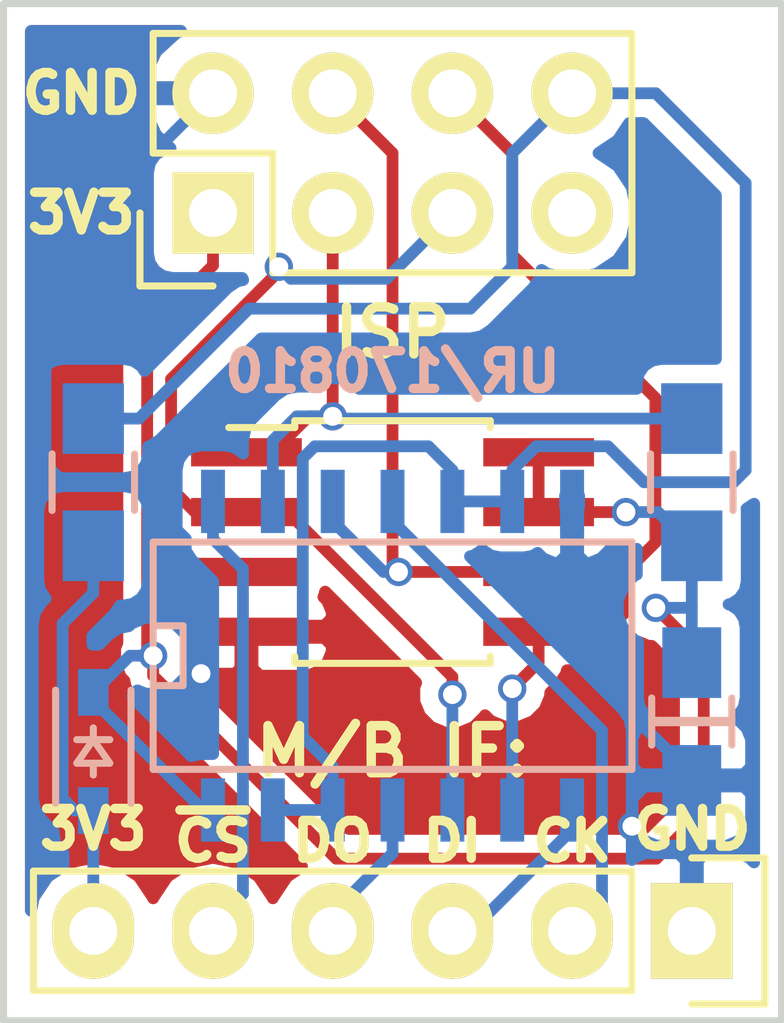
<source format=kicad_pcb>
(kicad_pcb (version 4) (host pcbnew 4.0.6)

  (general
    (links 31)
    (no_connects 0)
    (area 138.705 100.376666 159.973334 126.825)
    (thickness 1.6)
    (drawings 16)
    (tracks 148)
    (zones 0)
    (modules 8)
    (nets 13)
  )

  (page A4)
  (layers
    (0 F.Cu signal)
    (31 B.Cu signal)
    (32 B.Adhes user)
    (33 F.Adhes user)
    (34 B.Paste user)
    (35 F.Paste user)
    (36 B.SilkS user)
    (37 F.SilkS user)
    (38 B.Mask user)
    (39 F.Mask user)
    (40 Dwgs.User user)
    (41 Cmts.User user)
    (42 Eco1.User user)
    (43 Eco2.User user)
    (44 Edge.Cuts user)
    (45 Margin user)
    (46 B.CrtYd user)
    (47 F.CrtYd user)
    (48 B.Fab user)
    (49 F.Fab user)
  )

  (setup
    (last_trace_width 0.25)
    (trace_clearance 0.2)
    (zone_clearance 0.508)
    (zone_45_only no)
    (trace_min 0.2)
    (segment_width 0.2)
    (edge_width 0.15)
    (via_size 0.6)
    (via_drill 0.4)
    (via_min_size 0.4)
    (via_min_drill 0.3)
    (uvia_size 0.3)
    (uvia_drill 0.1)
    (uvias_allowed no)
    (uvia_min_size 0.2)
    (uvia_min_drill 0.1)
    (pcb_text_width 0.3)
    (pcb_text_size 1.5 1.5)
    (mod_edge_width 0.15)
    (mod_text_size 1 1)
    (mod_text_width 0.15)
    (pad_size 1.524 1.524)
    (pad_drill 0.762)
    (pad_to_mask_clearance 0.2)
    (aux_axis_origin 0 0)
    (visible_elements FFFFFF7F)
    (pcbplotparams
      (layerselection 0x010f0_80000001)
      (usegerberextensions false)
      (excludeedgelayer true)
      (linewidth 0.100000)
      (plotframeref false)
      (viasonmask false)
      (mode 1)
      (useauxorigin false)
      (hpglpennumber 1)
      (hpglpenspeed 20)
      (hpglpendiameter 15)
      (hpglpenoverlay 2)
      (psnegative false)
      (psa4output false)
      (plotreference true)
      (plotvalue true)
      (plotinvisibletext false)
      (padsonsilk false)
      (subtractmaskfromsilk false)
      (outputformat 1)
      (mirror false)
      (drillshape 0)
      (scaleselection 1)
      (outputdirectory gerbs/))
  )

  (net 0 "")
  (net 1 GND)
  (net 2 +3V3)
  (net 3 /MB3V3)
  (net 4 /MBSCK)
  (net 5 /MBMOSI)
  (net 6 /MBMISO)
  (net 7 /~MBCS)
  (net 8 /~CS)
  (net 9 /SCK)
  (net 10 /MOSI)
  (net 11 /MISO)
  (net 12 /BUFEN)

  (net_class Default "This is the default net class."
    (clearance 0.2)
    (trace_width 0.25)
    (via_dia 0.6)
    (via_drill 0.4)
    (uvia_dia 0.3)
    (uvia_drill 0.1)
    (add_net +3V3)
    (add_net /BUFEN)
    (add_net /MB3V3)
    (add_net /MBMISO)
    (add_net /MBMOSI)
    (add_net /MBSCK)
    (add_net /MISO)
    (add_net /MOSI)
    (add_net /SCK)
    (add_net /~CS)
    (add_net /~MBCS)
    (add_net GND)
  )

  (module Housings_SOIC:SOIC-8_3.9x4.9mm_Pitch1.27mm (layer F.Cu) (tedit 56AA2104) (tstamp 56A9EB0F)
    (at 148.59 112.395)
    (descr "8-Lead Plastic Small Outline (SN) - Narrow, 3.90 mm Body [SOIC] (see Microchip Packaging Specification 00000049BS.pdf)")
    (tags "SOIC 1.27")
    (path /56A9C3B3)
    (attr smd)
    (fp_text reference U2 (at 0 -3.5) (layer F.SilkS) hide
      (effects (font (size 1 1) (thickness 0.15)))
    )
    (fp_text value SPI_TGT (at 0 3.5) (layer F.Fab) hide
      (effects (font (size 1 1) (thickness 0.15)))
    )
    (fp_line (start -3.75 -2.75) (end -3.75 2.75) (layer F.CrtYd) (width 0.05))
    (fp_line (start 3.75 -2.75) (end 3.75 2.75) (layer F.CrtYd) (width 0.05))
    (fp_line (start -3.75 -2.75) (end 3.75 -2.75) (layer F.CrtYd) (width 0.05))
    (fp_line (start -3.75 2.75) (end 3.75 2.75) (layer F.CrtYd) (width 0.05))
    (fp_line (start -2.075 -2.575) (end -2.075 -2.43) (layer F.SilkS) (width 0.15))
    (fp_line (start 2.075 -2.575) (end 2.075 -2.43) (layer F.SilkS) (width 0.15))
    (fp_line (start 2.075 2.575) (end 2.075 2.43) (layer F.SilkS) (width 0.15))
    (fp_line (start -2.075 2.575) (end -2.075 2.43) (layer F.SilkS) (width 0.15))
    (fp_line (start -2.075 -2.575) (end 2.075 -2.575) (layer F.SilkS) (width 0.15))
    (fp_line (start -2.075 2.575) (end 2.075 2.575) (layer F.SilkS) (width 0.15))
    (fp_line (start -2.075 -2.43) (end -3.475 -2.43) (layer F.SilkS) (width 0.15))
    (pad 1 smd rect (at -3.1 -1.905) (size 2.35 0.6) (layers F.Cu F.Paste F.Mask)
      (net 8 /~CS))
    (pad 2 smd rect (at -3.1 -0.635) (size 2.35 0.6) (layers F.Cu F.Paste F.Mask)
      (net 11 /MISO))
    (pad 3 smd rect (at -3.1 0.635) (size 2.35 0.6) (layers F.Cu F.Paste F.Mask)
      (net 2 +3V3))
    (pad 4 smd rect (at -3.1 1.905) (size 2.35 0.6) (layers F.Cu F.Paste F.Mask)
      (net 1 GND))
    (pad 5 smd rect (at 3.1 1.905) (size 2.35 0.6) (layers F.Cu F.Paste F.Mask)
      (net 10 /MOSI))
    (pad 6 smd rect (at 3.1 0.635) (size 2.35 0.6) (layers F.Cu F.Paste F.Mask)
      (net 9 /SCK))
    (pad 7 smd rect (at 3.1 -0.635) (size 2.35 0.6) (layers F.Cu F.Paste F.Mask)
      (net 2 +3V3))
    (pad 8 smd rect (at 3.1 -1.905) (size 2.35 0.6) (layers F.Cu F.Paste F.Mask)
      (net 2 +3V3))
    (model Housings_SOIC.3dshapes/SOIC-8_3.9x4.9mm_Pitch1.27mm.wrl
      (at (xyz 0 0 0))
      (scale (xyz 1 1 1))
      (rotate (xyz 0 0 0))
    )
  )

  (module SMD_Packages:SOIC-14_N (layer B.Cu) (tedit 56AA20FD) (tstamp 56A9EB03)
    (at 148.59 114.935)
    (descr "Module CMS SOJ 14 pins Large")
    (tags "CMS SOJ")
    (path /56A9C5EF)
    (attr smd)
    (fp_text reference U1 (at 0 1.27) (layer B.SilkS) hide
      (effects (font (size 1 1) (thickness 0.15)) (justify mirror))
    )
    (fp_text value 4066 (at 0 -1.27) (layer B.Fab) hide
      (effects (font (size 1 1) (thickness 0.15)) (justify mirror))
    )
    (fp_line (start 5.08 2.286) (end 5.08 -2.54) (layer B.SilkS) (width 0.15))
    (fp_line (start 5.08 -2.54) (end -5.08 -2.54) (layer B.SilkS) (width 0.15))
    (fp_line (start -5.08 -2.54) (end -5.08 2.286) (layer B.SilkS) (width 0.15))
    (fp_line (start -5.08 2.286) (end 5.08 2.286) (layer B.SilkS) (width 0.15))
    (fp_line (start -5.08 0.508) (end -4.445 0.508) (layer B.SilkS) (width 0.15))
    (fp_line (start -4.445 0.508) (end -4.445 -0.762) (layer B.SilkS) (width 0.15))
    (fp_line (start -4.445 -0.762) (end -5.08 -0.762) (layer B.SilkS) (width 0.15))
    (pad 1 smd rect (at -3.81 -3.402) (size 0.508 1.343) (layers B.Cu B.Paste B.Mask)
      (net 7 /~MBCS))
    (pad 2 smd rect (at -2.54 -3.402) (size 0.508 1.343) (layers B.Cu B.Paste B.Mask)
      (net 8 /~CS))
    (pad 3 smd rect (at -1.27 -3.402) (size 0.508 1.343) (layers B.Cu B.Paste B.Mask)
      (net 9 /SCK))
    (pad 4 smd rect (at 0 -3.402) (size 0.508 1.343) (layers B.Cu B.Paste B.Mask)
      (net 4 /MBSCK))
    (pad 5 smd rect (at 1.27 -3.402) (size 0.508 1.343) (layers B.Cu B.Paste B.Mask)
      (net 12 /BUFEN))
    (pad 6 smd rect (at 2.54 -3.402) (size 0.508 1.343) (layers B.Cu B.Paste B.Mask)
      (net 12 /BUFEN))
    (pad 7 smd rect (at 3.81 -3.402) (size 0.508 1.343) (layers B.Cu B.Paste B.Mask)
      (net 1 GND))
    (pad 8 smd rect (at 3.81 3.148) (size 0.508 1.343) (layers B.Cu B.Paste B.Mask)
      (net 5 /MBMOSI))
    (pad 9 smd rect (at 2.54 3.148) (size 0.508 1.343) (layers B.Cu B.Paste B.Mask)
      (net 10 /MOSI))
    (pad 11 smd rect (at 0 3.148) (size 0.508 1.343) (layers B.Cu B.Paste B.Mask)
      (net 6 /MBMISO))
    (pad 12 smd rect (at -1.27 3.148) (size 0.508 1.343) (layers B.Cu B.Paste B.Mask)
      (net 12 /BUFEN))
    (pad 13 smd rect (at -2.54 3.148) (size 0.508 1.343) (layers B.Cu B.Paste B.Mask)
      (net 12 /BUFEN))
    (pad 14 smd rect (at -3.81 3.148) (size 0.508 1.343) (layers B.Cu B.Paste B.Mask)
      (net 2 +3V3))
    (pad 10 smd rect (at 1.27 3.148 180) (size 0.508 1.343) (layers B.Cu B.Paste B.Mask)
      (net 11 /MISO))
    (model SMD_Packages.3dshapes/SOIC-14_N.wrl
      (at (xyz 0 0 0))
      (scale (xyz 0.5 0.4 0.5))
      (rotate (xyz 0 0 0))
    )
  )

  (module Diodes_SMD:SOD-323 (layer B.Cu) (tedit 56AB1811) (tstamp 56AA0F69)
    (at 142.24 116.84 270)
    (descr SOD-323)
    (tags SOD-323)
    (path /56A9CF8A)
    (attr smd)
    (fp_text reference D1 (at 0 1.85 270) (layer B.SilkS) hide
      (effects (font (size 1 1) (thickness 0.15)) (justify mirror))
    )
    (fp_text value - (at 0.1 -1.9 270) (layer B.Fab) hide
      (effects (font (size 1 1) (thickness 0.15)) (justify mirror))
    )
    (fp_line (start 0.25 0) (end 0.5 0) (layer B.SilkS) (width 0.15))
    (fp_line (start -0.25 0) (end -0.5 0) (layer B.SilkS) (width 0.15))
    (fp_line (start -0.25 0) (end 0.25 0.35) (layer B.SilkS) (width 0.15))
    (fp_line (start 0.25 0.35) (end 0.25 -0.35) (layer B.SilkS) (width 0.15))
    (fp_line (start 0.25 -0.35) (end -0.25 0) (layer B.SilkS) (width 0.15))
    (fp_line (start -0.25 0.35) (end -0.25 -0.35) (layer B.SilkS) (width 0.15))
    (fp_line (start -1.5 0.95) (end 1.5 0.95) (layer B.CrtYd) (width 0.05))
    (fp_line (start 1.5 0.95) (end 1.5 -0.95) (layer B.CrtYd) (width 0.05))
    (fp_line (start -1.5 -0.95) (end 1.5 -0.95) (layer B.CrtYd) (width 0.05))
    (fp_line (start -1.5 0.95) (end -1.5 -0.95) (layer B.CrtYd) (width 0.05))
    (fp_line (start -1.3 -0.8) (end 1.1 -0.8) (layer B.SilkS) (width 0.15))
    (fp_line (start -1.3 0.8) (end 1.1 0.8) (layer B.SilkS) (width 0.15))
    (pad 1 smd rect (at -1.255 0 270) (size 0.99 0.65) (layers B.Cu B.Paste B.Mask)
      (net 2 +3V3))
    (pad 2 smd rect (at 1.255 0 270) (size 0.99 0.65) (layers B.Cu B.Paste B.Mask)
      (net 3 /MB3V3))
  )

  (module Pin_Headers:Pin_Header_Straight_2x04 (layer F.Cu) (tedit 56AA2118) (tstamp 56A9EAE5)
    (at 144.78 105.41 90)
    (descr "Through hole pin header")
    (tags "pin header")
    (path /56A9E257)
    (fp_text reference P2 (at 0 -5.1 90) (layer F.SilkS) hide
      (effects (font (size 1 1) (thickness 0.15)))
    )
    (fp_text value CONN_02X04 (at 0 -3.1 90) (layer F.Fab) hide
      (effects (font (size 1 1) (thickness 0.15)))
    )
    (fp_line (start -1.75 -1.75) (end -1.75 9.4) (layer F.CrtYd) (width 0.05))
    (fp_line (start 4.3 -1.75) (end 4.3 9.4) (layer F.CrtYd) (width 0.05))
    (fp_line (start -1.75 -1.75) (end 4.3 -1.75) (layer F.CrtYd) (width 0.05))
    (fp_line (start -1.75 9.4) (end 4.3 9.4) (layer F.CrtYd) (width 0.05))
    (fp_line (start -1.27 1.27) (end -1.27 8.89) (layer F.SilkS) (width 0.15))
    (fp_line (start -1.27 8.89) (end 3.81 8.89) (layer F.SilkS) (width 0.15))
    (fp_line (start 3.81 8.89) (end 3.81 -1.27) (layer F.SilkS) (width 0.15))
    (fp_line (start 3.81 -1.27) (end 1.27 -1.27) (layer F.SilkS) (width 0.15))
    (fp_line (start 0 -1.55) (end -1.55 -1.55) (layer F.SilkS) (width 0.15))
    (fp_line (start 1.27 -1.27) (end 1.27 1.27) (layer F.SilkS) (width 0.15))
    (fp_line (start 1.27 1.27) (end -1.27 1.27) (layer F.SilkS) (width 0.15))
    (fp_line (start -1.55 -1.55) (end -1.55 0) (layer F.SilkS) (width 0.15))
    (pad 1 thru_hole rect (at 0 0 90) (size 1.7272 1.7272) (drill 1.016) (layers *.Cu *.Mask F.SilkS)
      (net 2 +3V3))
    (pad 2 thru_hole oval (at 2.54 0 90) (size 1.7272 1.7272) (drill 1.016) (layers *.Cu *.Mask F.SilkS)
      (net 1 GND))
    (pad 3 thru_hole oval (at 0 2.54 90) (size 1.7272 1.7272) (drill 1.016) (layers *.Cu *.Mask F.SilkS)
      (net 8 /~CS))
    (pad 4 thru_hole oval (at 2.54 2.54 90) (size 1.7272 1.7272) (drill 1.016) (layers *.Cu *.Mask F.SilkS)
      (net 9 /SCK))
    (pad 5 thru_hole oval (at 0 5.08 90) (size 1.7272 1.7272) (drill 1.016) (layers *.Cu *.Mask F.SilkS)
      (net 11 /MISO))
    (pad 6 thru_hole oval (at 2.54 5.08 90) (size 1.7272 1.7272) (drill 1.016) (layers *.Cu *.Mask F.SilkS)
      (net 10 /MOSI))
    (pad 7 thru_hole oval (at 0 7.62 90) (size 1.7272 1.7272) (drill 1.016) (layers *.Cu *.Mask F.SilkS))
    (pad 8 thru_hole oval (at 2.54 7.62 90) (size 1.7272 1.7272) (drill 1.016) (layers *.Cu *.Mask F.SilkS)
      (net 12 /BUFEN))
    (model Pin_Headers.3dshapes/Pin_Header_Straight_2x04.wrl
      (at (xyz 0.05 -0.15 0))
      (scale (xyz 1 1 1))
      (rotate (xyz 0 0 90))
    )
  )

  (module Capacitors_SMD:C_0805_HandSoldering (layer B.Cu) (tedit 56AA211C) (tstamp 56A9EAC9)
    (at 154.94 116.205 90)
    (descr "Capacitor SMD 0805, hand soldering")
    (tags "capacitor 0805")
    (path /56A9EBFF)
    (attr smd)
    (fp_text reference C1 (at 0 2.1 90) (layer B.SilkS) hide
      (effects (font (size 1 1) (thickness 0.15)) (justify mirror))
    )
    (fp_text value 1u (at 0 -2.1 90) (layer B.Fab) hide
      (effects (font (size 1 1) (thickness 0.15)) (justify mirror))
    )
    (fp_line (start -2.3 1) (end 2.3 1) (layer B.CrtYd) (width 0.05))
    (fp_line (start -2.3 -1) (end 2.3 -1) (layer B.CrtYd) (width 0.05))
    (fp_line (start -2.3 1) (end -2.3 -1) (layer B.CrtYd) (width 0.05))
    (fp_line (start 2.3 1) (end 2.3 -1) (layer B.CrtYd) (width 0.05))
    (fp_line (start 0.5 0.85) (end -0.5 0.85) (layer B.SilkS) (width 0.15))
    (fp_line (start -0.5 -0.85) (end 0.5 -0.85) (layer B.SilkS) (width 0.15))
    (pad 1 smd rect (at -1.25 0 90) (size 1.5 1.25) (layers B.Cu B.Paste B.Mask)
      (net 1 GND))
    (pad 2 smd rect (at 1.25 0 90) (size 1.5 1.25) (layers B.Cu B.Paste B.Mask)
      (net 2 +3V3))
    (model Capacitors_SMD.3dshapes/C_0805_HandSoldering.wrl
      (at (xyz 0 0 0))
      (scale (xyz 1 1 1))
      (rotate (xyz 0 0 0))
    )
  )

  (module Socket_Strips:Socket_Strip_Straight_1x06 (layer F.Cu) (tedit 56AA20E6) (tstamp 56A9EAD9)
    (at 154.94 120.65 180)
    (descr "Through hole socket strip")
    (tags "socket strip")
    (path /56AA09CA)
    (fp_text reference P1 (at 0 -5.1 180) (layer F.SilkS) hide
      (effects (font (size 1 1) (thickness 0.15)))
    )
    (fp_text value CONN_01X06 (at 0 -3.1 180) (layer F.Fab) hide
      (effects (font (size 1 1) (thickness 0.15)))
    )
    (fp_line (start -1.75 -1.75) (end -1.75 1.75) (layer F.CrtYd) (width 0.05))
    (fp_line (start 14.45 -1.75) (end 14.45 1.75) (layer F.CrtYd) (width 0.05))
    (fp_line (start -1.75 -1.75) (end 14.45 -1.75) (layer F.CrtYd) (width 0.05))
    (fp_line (start -1.75 1.75) (end 14.45 1.75) (layer F.CrtYd) (width 0.05))
    (fp_line (start 1.27 1.27) (end 13.97 1.27) (layer F.SilkS) (width 0.15))
    (fp_line (start 13.97 1.27) (end 13.97 -1.27) (layer F.SilkS) (width 0.15))
    (fp_line (start 13.97 -1.27) (end 1.27 -1.27) (layer F.SilkS) (width 0.15))
    (fp_line (start -1.55 1.55) (end 0 1.55) (layer F.SilkS) (width 0.15))
    (fp_line (start 1.27 1.27) (end 1.27 -1.27) (layer F.SilkS) (width 0.15))
    (fp_line (start 0 -1.55) (end -1.55 -1.55) (layer F.SilkS) (width 0.15))
    (fp_line (start -1.55 -1.55) (end -1.55 1.55) (layer F.SilkS) (width 0.15))
    (pad 1 thru_hole rect (at 0 0 180) (size 1.7272 2.032) (drill 1.016) (layers *.Cu *.Mask F.SilkS)
      (net 1 GND))
    (pad 2 thru_hole oval (at 2.54 0 180) (size 1.7272 2.032) (drill 1.016) (layers *.Cu *.Mask F.SilkS)
      (net 4 /MBSCK))
    (pad 3 thru_hole oval (at 5.08 0 180) (size 1.7272 2.032) (drill 1.016) (layers *.Cu *.Mask F.SilkS)
      (net 5 /MBMOSI))
    (pad 4 thru_hole oval (at 7.62 0 180) (size 1.7272 2.032) (drill 1.016) (layers *.Cu *.Mask F.SilkS)
      (net 6 /MBMISO))
    (pad 5 thru_hole oval (at 10.16 0 180) (size 1.7272 2.032) (drill 1.016) (layers *.Cu *.Mask F.SilkS)
      (net 7 /~MBCS))
    (pad 6 thru_hole oval (at 12.7 0 180) (size 1.7272 2.032) (drill 1.016) (layers *.Cu *.Mask F.SilkS)
      (net 3 /MB3V3))
  )

  (module Resistors_SMD:R_0805_HandSoldering (layer B.Cu) (tedit 56AA210E) (tstamp 56AA0F73)
    (at 142.24 111.125 270)
    (descr "Resistor SMD 0805, hand soldering")
    (tags "resistor 0805")
    (path /56AA4078)
    (attr smd)
    (fp_text reference R1 (at 0 2.1 270) (layer B.SilkS) hide
      (effects (font (size 1 1) (thickness 0.15)) (justify mirror))
    )
    (fp_text value 4k7 (at 0 -2.1 270) (layer B.Fab) hide
      (effects (font (size 1 1) (thickness 0.15)) (justify mirror))
    )
    (fp_line (start -2.4 1) (end 2.4 1) (layer B.CrtYd) (width 0.05))
    (fp_line (start -2.4 -1) (end 2.4 -1) (layer B.CrtYd) (width 0.05))
    (fp_line (start -2.4 1) (end -2.4 -1) (layer B.CrtYd) (width 0.05))
    (fp_line (start 2.4 1) (end 2.4 -1) (layer B.CrtYd) (width 0.05))
    (fp_line (start 0.6 -0.875) (end -0.6 -0.875) (layer B.SilkS) (width 0.15))
    (fp_line (start -0.6 0.875) (end 0.6 0.875) (layer B.SilkS) (width 0.15))
    (pad 1 smd rect (at -1.35 0 270) (size 1.5 1.3) (layers B.Cu B.Paste B.Mask)
      (net 12 /BUFEN))
    (pad 2 smd rect (at 1.35 0 270) (size 1.5 1.3) (layers B.Cu B.Paste B.Mask)
      (net 3 /MB3V3))
    (model Resistors_SMD.3dshapes/R_0805_HandSoldering.wrl
      (at (xyz 0 0 0))
      (scale (xyz 1 1 1))
      (rotate (xyz 0 0 0))
    )
  )

  (module Resistors_SMD:R_0805_HandSoldering (layer B.Cu) (tedit 56AA2122) (tstamp 56AA0F79)
    (at 154.94 111.125 90)
    (descr "Resistor SMD 0805, hand soldering")
    (tags "resistor 0805")
    (path /56AA3FE3)
    (attr smd)
    (fp_text reference R2 (at 0 2.1 90) (layer B.SilkS) hide
      (effects (font (size 1 1) (thickness 0.15)) (justify mirror))
    )
    (fp_text value 4k7 (at 0 -2.1 90) (layer B.Fab) hide
      (effects (font (size 1 1) (thickness 0.15)) (justify mirror))
    )
    (fp_line (start -2.4 1) (end 2.4 1) (layer B.CrtYd) (width 0.05))
    (fp_line (start -2.4 -1) (end 2.4 -1) (layer B.CrtYd) (width 0.05))
    (fp_line (start -2.4 1) (end -2.4 -1) (layer B.CrtYd) (width 0.05))
    (fp_line (start 2.4 1) (end 2.4 -1) (layer B.CrtYd) (width 0.05))
    (fp_line (start 0.6 -0.875) (end -0.6 -0.875) (layer B.SilkS) (width 0.15))
    (fp_line (start -0.6 0.875) (end 0.6 0.875) (layer B.SilkS) (width 0.15))
    (pad 1 smd rect (at -1.35 0 90) (size 1.5 1.3) (layers B.Cu B.Paste B.Mask)
      (net 2 +3V3))
    (pad 2 smd rect (at 1.35 0 90) (size 1.5 1.3) (layers B.Cu B.Paste B.Mask)
      (net 8 /~CS))
    (model Resistors_SMD.3dshapes/R_0805_HandSoldering.wrl
      (at (xyz 0 0 0))
      (scale (xyz 1 1 1))
      (rotate (xyz 0 0 0))
    )
  )

  (gr_text UR/170810 (at 148.59 108.7755) (layer B.SilkS)
    (effects (font (size 0.8 0.8) (thickness 0.2)) (justify mirror))
  )
  (gr_line (start 154.1145 116.205) (end 155.7655 116.205) (layer B.SilkS) (width 0.2))
  (gr_line (start 140.335 100.965) (end 140.335 122.555) (layer Edge.Cuts) (width 0.15))
  (gr_line (start 156.845 100.965) (end 140.335 100.965) (layer Edge.Cuts) (width 0.15))
  (gr_line (start 156.845 122.555) (end 156.845 100.965) (layer Edge.Cuts) (width 0.15))
  (gr_text "M/B IF:" (at 148.59 116.84) (layer F.SilkS) (tstamp 56AA2947)
    (effects (font (size 1 1) (thickness 0.2)))
  )
  (gr_text ISP (at 148.59 107.95) (layer F.SilkS) (tstamp 56AA292A)
    (effects (font (size 1 1) (thickness 0.2)))
  )
  (gr_text GND (at 141.986 102.87) (layer F.SilkS) (tstamp 56AA2670)
    (effects (font (size 0.8 0.8) (thickness 0.2)))
  )
  (gr_text 3V3 (at 141.986 105.41) (layer F.SilkS) (tstamp 56AA2663)
    (effects (font (size 0.8 0.8) (thickness 0.2)))
  )
  (gr_text GND (at 154.94 118.491) (layer F.SilkS) (tstamp 56AA25CD)
    (effects (font (size 0.8 0.8) (thickness 0.2)))
  )
  (gr_text CK (at 152.4 118.745) (layer F.SilkS) (tstamp 56AA25C2)
    (effects (font (size 0.8 0.8) (thickness 0.2)))
  )
  (gr_text DI (at 149.86 118.745) (layer F.SilkS) (tstamp 56AA25B0)
    (effects (font (size 0.8 0.8) (thickness 0.2)))
  )
  (gr_text DO (at 147.32 118.745) (layer F.SilkS) (tstamp 56AA25A2)
    (effects (font (size 0.8 0.8) (thickness 0.2)))
  )
  (gr_text ~CS (at 144.78 118.745) (layer F.SilkS) (tstamp 56AA2590)
    (effects (font (size 0.8 0.8) (thickness 0.2)))
  )
  (gr_text 3V3 (at 142.24 118.491) (layer F.SilkS)
    (effects (font (size 0.8 0.8) (thickness 0.2)))
  )
  (gr_line (start 140.335 122.555) (end 156.845 122.555) (angle 90) (layer Edge.Cuts) (width 0.15))

  (segment (start 153.245736 118.4275) (end 153.67 118.4275) (width 0.25) (layer F.Cu) (net 1))
  (segment (start 153.67 118.003236) (end 153.67 118.4275) (width 0.25) (layer B.Cu) (net 1))
  (segment (start 153.67 117.85) (end 153.67 118.003236) (width 0.25) (layer B.Cu) (net 1))
  (segment (start 154.065 117.455) (end 153.67 117.85) (width 0.25) (layer B.Cu) (net 1))
  (via (at 153.67 118.4275) (size 0.6) (drill 0.4) (layers F.Cu B.Cu) (net 1))
  (segment (start 148.7285 118.4275) (end 153.245736 118.4275) (width 0.25) (layer F.Cu) (net 1))
  (segment (start 145.49 115.189) (end 148.7285 118.4275) (width 0.25) (layer F.Cu) (net 1))
  (segment (start 154.94 117.455) (end 154.065 117.455) (width 0.25) (layer B.Cu) (net 1))
  (segment (start 145.49 114.3) (end 145.49 115.189) (width 0.25) (layer F.Cu) (net 1))
  (segment (start 144.526 115.189) (end 145.49 115.189) (width 0.25) (layer F.Cu) (net 1))
  (segment (start 143.002 111.125) (end 144.200999 112.323999) (width 0.25) (layer B.Cu) (net 1))
  (segment (start 144.200999 112.323999) (end 144.200999 114.863999) (width 0.25) (layer B.Cu) (net 1))
  (segment (start 144.200999 114.863999) (end 144.526 115.189) (width 0.25) (layer B.Cu) (net 1))
  (via (at 144.526 115.189) (size 0.6) (drill 0.4) (layers F.Cu B.Cu) (net 1))
  (segment (start 141.604998 111.125) (end 143.002 111.125) (width 0.25) (layer B.Cu) (net 1))
  (segment (start 141.224 106.426) (end 141.224 110.744002) (width 0.25) (layer B.Cu) (net 1))
  (segment (start 141.224 110.744002) (end 141.604998 111.125) (width 0.25) (layer B.Cu) (net 1))
  (segment (start 144.78 102.87) (end 141.224 106.426) (width 0.25) (layer B.Cu) (net 1))
  (segment (start 152.4 112.4545) (end 152.4 111.533) (width 0.25) (layer B.Cu) (net 1))
  (segment (start 152.4 114.79) (end 152.4 112.4545) (width 0.25) (layer B.Cu) (net 1))
  (segment (start 154.94 117.33) (end 152.4 114.79) (width 0.25) (layer B.Cu) (net 1))
  (segment (start 154.94 117.455) (end 154.94 117.33) (width 0.25) (layer B.Cu) (net 1))
  (segment (start 154.94 120.65) (end 154.94 117.455) (width 0.25) (layer B.Cu) (net 1))
  (segment (start 143.383 113.03) (end 143.383 114.681) (width 0.25) (layer F.Cu) (net 2))
  (segment (start 143.383 114.681) (end 143.51 114.808) (width 0.25) (layer F.Cu) (net 2))
  (segment (start 144.78 105.41) (end 144.78 106.5236) (width 0.25) (layer F.Cu) (net 2))
  (segment (start 143.383 113.03) (end 143.51 113.03) (width 0.25) (layer F.Cu) (net 2))
  (segment (start 144.78 106.5236) (end 143.383 107.9206) (width 0.25) (layer F.Cu) (net 2))
  (segment (start 143.383 107.9206) (end 143.383 113.03) (width 0.25) (layer F.Cu) (net 2))
  (segment (start 143.51 114.808) (end 143.51 115.232264) (width 0.25) (layer F.Cu) (net 2))
  (segment (start 143.51 115.232264) (end 147.393737 119.116001) (width 0.25) (layer F.Cu) (net 2))
  (segment (start 147.393737 119.116001) (end 154.187999 119.116001) (width 0.25) (layer F.Cu) (net 2))
  (segment (start 154.187999 119.116001) (end 155.194 118.11) (width 0.25) (layer F.Cu) (net 2))
  (segment (start 155.194 118.11) (end 155.194 114.808) (width 0.25) (layer F.Cu) (net 2))
  (segment (start 155.194 114.808) (end 154.178 113.792) (width 0.25) (layer F.Cu) (net 2))
  (via (at 154.178 113.792) (size 0.6) (drill 0.4) (layers F.Cu B.Cu) (net 2))
  (segment (start 154.94 113.792) (end 154.178 113.792) (width 0.25) (layer B.Cu) (net 2))
  (segment (start 154.94 112.475) (end 154.94 113.792) (width 0.25) (layer B.Cu) (net 2))
  (segment (start 154.94 113.792) (end 154.94 114.955) (width 0.25) (layer B.Cu) (net 2))
  (segment (start 145.49 113.03) (end 144.065 113.03) (width 0.25) (layer F.Cu) (net 2))
  (segment (start 144.065 113.03) (end 143.51 113.03) (width 0.25) (layer F.Cu) (net 2))
  (segment (start 143.51 114.808) (end 143.017 114.808) (width 0.25) (layer B.Cu) (net 2))
  (segment (start 143.017 114.808) (end 142.24 115.585) (width 0.25) (layer B.Cu) (net 2))
  (segment (start 145.49 113.03) (end 144.615 113.03) (width 0.25) (layer F.Cu) (net 2))
  (via (at 143.51 114.808) (size 0.6) (drill 0.4) (layers F.Cu B.Cu) (net 2))
  (segment (start 153.543 111.76) (end 154.225 111.76) (width 0.25) (layer B.Cu) (net 2))
  (segment (start 154.225 111.76) (end 154.94 112.475) (width 0.25) (layer B.Cu) (net 2))
  (segment (start 151.69 111.76) (end 153.543 111.76) (width 0.25) (layer F.Cu) (net 2))
  (via (at 153.543 111.76) (size 0.6) (drill 0.4) (layers F.Cu B.Cu) (net 2))
  (segment (start 151.69 110.49) (end 151.69 111.76) (width 0.25) (layer F.Cu) (net 2))
  (segment (start 142.24 115.585) (end 142.24 115.755) (width 0.25) (layer B.Cu) (net 2))
  (segment (start 142.24 115.755) (end 144.568 118.083) (width 0.25) (layer B.Cu) (net 2))
  (segment (start 144.568 118.083) (end 144.78 118.083) (width 0.25) (layer B.Cu) (net 2))
  (segment (start 142.24 118.095) (end 141.844 118.095) (width 0.25) (layer B.Cu) (net 3))
  (segment (start 141.844 118.095) (end 141.589999 117.840999) (width 0.25) (layer B.Cu) (net 3))
  (segment (start 141.589999 117.840999) (end 141.589999 114.125001) (width 0.25) (layer B.Cu) (net 3))
  (segment (start 141.589999 114.125001) (end 142.24 113.475) (width 0.25) (layer B.Cu) (net 3))
  (segment (start 142.24 113.475) (end 142.24 112.475) (width 0.25) (layer B.Cu) (net 3))
  (segment (start 142.24 120.65) (end 142.24 119.384) (width 0.25) (layer B.Cu) (net 3))
  (segment (start 142.24 119.384) (end 142.24 118.095) (width 0.25) (layer B.Cu) (net 3))
  (segment (start 152.4 120.65) (end 153.035 120.015) (width 0.25) (layer B.Cu) (net 4))
  (segment (start 153.035 120.015) (end 153.035 116.3955) (width 0.25) (layer B.Cu) (net 4))
  (segment (start 153.035 116.3955) (end 148.59 111.9505) (width 0.25) (layer B.Cu) (net 4))
  (segment (start 148.59 111.9505) (end 148.59 111.533) (width 0.25) (layer B.Cu) (net 4))
  (segment (start 149.86 120.65) (end 150.2505 120.65) (width 0.25) (layer B.Cu) (net 5))
  (segment (start 152.4 118.5005) (end 152.4 118.083) (width 0.25) (layer B.Cu) (net 5))
  (segment (start 150.2505 120.65) (end 152.4 118.5005) (width 0.25) (layer B.Cu) (net 5))
  (segment (start 147.32 120.65) (end 147.32 120.269) (width 0.25) (layer B.Cu) (net 6))
  (segment (start 147.32 120.269) (end 148.5845 119.0045) (width 0.25) (layer B.Cu) (net 6))
  (segment (start 148.5845 119.0045) (end 148.59 119.0045) (width 0.25) (layer B.Cu) (net 6))
  (segment (start 148.59 119.0045) (end 148.59 118.083) (width 0.25) (layer B.Cu) (net 6))
  (segment (start 144.78 120.65) (end 144.78 120.4976) (width 0.25) (layer B.Cu) (net 7))
  (segment (start 144.78 120.4976) (end 145.415 119.8626) (width 0.25) (layer B.Cu) (net 7))
  (segment (start 145.415 119.8626) (end 145.415 112.9665) (width 0.25) (layer B.Cu) (net 7))
  (segment (start 144.78 112.3315) (end 144.78 111.533) (width 0.25) (layer B.Cu) (net 7))
  (segment (start 145.415 112.9665) (end 144.78 112.3315) (width 0.25) (layer B.Cu) (net 7))
  (segment (start 147.32 109.728) (end 147.367 109.775) (width 0.25) (layer B.Cu) (net 8))
  (segment (start 147.367 109.775) (end 154.04 109.775) (width 0.25) (layer B.Cu) (net 8))
  (segment (start 154.04 109.775) (end 154.94 109.775) (width 0.25) (layer B.Cu) (net 8))
  (via (at 147.32 109.728) (size 0.6) (drill 0.4) (layers F.Cu B.Cu) (net 8))
  (segment (start 147.32 109.728) (end 147.32 105.41) (width 0.25) (layer F.Cu) (net 8))
  (segment (start 147.32 109.728) (end 146.812 109.728) (width 0.25) (layer F.Cu) (net 8))
  (segment (start 146.812 109.728) (end 146.05 110.49) (width 0.25) (layer F.Cu) (net 8))
  (segment (start 146.558 109.728) (end 146.05 110.236) (width 0.25) (layer B.Cu) (net 8))
  (segment (start 146.05 110.49) (end 145.49 110.49) (width 0.25) (layer F.Cu) (net 8))
  (segment (start 147.32 109.728) (end 146.558 109.728) (width 0.25) (layer B.Cu) (net 8))
  (segment (start 146.05 110.236) (end 146.05 111.533) (width 0.25) (layer B.Cu) (net 8))
  (segment (start 147.32 102.87) (end 148.59 104.14) (width 0.25) (layer F.Cu) (net 9))
  (segment (start 148.59 104.14) (end 148.59 112.903) (width 0.25) (layer F.Cu) (net 9))
  (segment (start 148.59 112.903) (end 148.590006 112.903) (width 0.25) (layer F.Cu) (net 9))
  (segment (start 148.590006 112.903) (end 148.717006 113.03) (width 0.25) (layer F.Cu) (net 9))
  (segment (start 148.3995 113.03) (end 148.717006 113.03) (width 0.25) (layer B.Cu) (net 9))
  (segment (start 147.32 111.9505) (end 148.3995 113.03) (width 0.25) (layer B.Cu) (net 9))
  (segment (start 147.32 111.533) (end 147.32 111.9505) (width 0.25) (layer B.Cu) (net 9))
  (segment (start 151.69 113.03) (end 148.717006 113.03) (width 0.25) (layer F.Cu) (net 9))
  (via (at 148.717006 113.03) (size 0.6) (drill 0.4) (layers F.Cu B.Cu) (net 9))
  (segment (start 151.69 114.3) (end 153.115 114.3) (width 0.25) (layer F.Cu) (net 10))
  (segment (start 153.115 114.3) (end 153.543 113.872) (width 0.25) (layer F.Cu) (net 10))
  (segment (start 153.543 113.872) (end 153.543 113.03) (width 0.25) (layer F.Cu) (net 10))
  (segment (start 151.13 104.14) (end 149.86 102.87) (width 0.25) (layer F.Cu) (net 10))
  (segment (start 153.543 113.03) (end 154.168001 112.404999) (width 0.25) (layer F.Cu) (net 10))
  (segment (start 151.13 106.299) (end 151.13 104.14) (width 0.25) (layer F.Cu) (net 10))
  (segment (start 154.168001 112.404999) (end 154.168001 109.337001) (width 0.25) (layer F.Cu) (net 10))
  (segment (start 154.168001 109.337001) (end 151.13 106.299) (width 0.25) (layer F.Cu) (net 10))
  (segment (start 151.429999 115.206501) (end 151.13 115.5065) (width 0.25) (layer F.Cu) (net 10))
  (segment (start 151.69 114.9465) (end 151.429999 115.206501) (width 0.25) (layer F.Cu) (net 10))
  (segment (start 151.69 114.3) (end 151.69 114.9465) (width 0.25) (layer F.Cu) (net 10))
  (segment (start 151.13 118.083) (end 151.13 115.5065) (width 0.25) (layer B.Cu) (net 10))
  (via (at 151.13 115.5065) (size 0.6) (drill 0.4) (layers F.Cu B.Cu) (net 10))
  (segment (start 149.86 105.41) (end 148.463 106.807) (width 0.25) (layer B.Cu) (net 11))
  (segment (start 148.463 106.807) (end 146.431 106.807) (width 0.25) (layer B.Cu) (net 11))
  (segment (start 146.431 106.807) (end 146.177 106.553) (width 0.25) (layer B.Cu) (net 11))
  (segment (start 146.177 106.553) (end 146.177 106.649087) (width 0.25) (layer F.Cu) (net 11))
  (segment (start 146.177 106.649087) (end 143.891 108.935087) (width 0.25) (layer F.Cu) (net 11))
  (segment (start 143.891 108.935087) (end 143.891 111.252) (width 0.25) (layer F.Cu) (net 11))
  (segment (start 143.891 111.252) (end 144.399 111.76) (width 0.25) (layer F.Cu) (net 11))
  (segment (start 144.399 111.76) (end 145.49 111.76) (width 0.25) (layer F.Cu) (net 11))
  (via (at 146.177 106.553) (size 0.6) (drill 0.4) (layers F.Cu B.Cu) (net 11))
  (segment (start 149.86 115.255) (end 149.86 115.6335) (width 0.25) (layer F.Cu) (net 11))
  (segment (start 146.365 111.76) (end 149.86 115.255) (width 0.25) (layer F.Cu) (net 11))
  (segment (start 145.49 111.76) (end 146.365 111.76) (width 0.25) (layer F.Cu) (net 11))
  (segment (start 149.86 118.083) (end 149.86 115.6335) (width 0.25) (layer B.Cu) (net 11))
  (via (at 149.86 115.6335) (size 0.6) (drill 0.4) (layers F.Cu B.Cu) (net 11))
  (segment (start 152.4 102.87) (end 151.13 104.14) (width 0.25) (layer B.Cu) (net 12))
  (segment (start 151.13 104.14) (end 151.13 106.553) (width 0.25) (layer B.Cu) (net 12))
  (segment (start 143.209 109.775) (end 143.14 109.775) (width 0.25) (layer B.Cu) (net 12))
  (segment (start 143.14 109.775) (end 142.24 109.775) (width 0.25) (layer B.Cu) (net 12))
  (segment (start 151.13 106.553) (end 150.241 107.442) (width 0.25) (layer B.Cu) (net 12))
  (segment (start 150.241 107.442) (end 145.542 107.442) (width 0.25) (layer B.Cu) (net 12))
  (segment (start 145.542 107.442) (end 143.209 109.775) (width 0.25) (layer B.Cu) (net 12))
  (segment (start 151.13 111.533) (end 151.13 110.871) (width 0.25) (layer B.Cu) (net 12))
  (segment (start 151.13 110.871) (end 151.638 110.363) (width 0.25) (layer B.Cu) (net 12))
  (segment (start 151.638 110.363) (end 153.162 110.363) (width 0.25) (layer B.Cu) (net 12))
  (segment (start 153.162 110.363) (end 153.924 111.125) (width 0.25) (layer B.Cu) (net 12))
  (segment (start 153.924 111.125) (end 155.829 111.125) (width 0.25) (layer B.Cu) (net 12))
  (segment (start 155.829 111.125) (end 156.083 110.871) (width 0.25) (layer B.Cu) (net 12))
  (segment (start 156.083 110.871) (end 156.083 104.775) (width 0.25) (layer B.Cu) (net 12))
  (segment (start 156.083 104.775) (end 154.178 102.87) (width 0.25) (layer B.Cu) (net 12))
  (segment (start 154.178 102.87) (end 152.4 102.87) (width 0.25) (layer B.Cu) (net 12))
  (segment (start 147.32 118.083) (end 147.32 117.1615) (width 0.25) (layer B.Cu) (net 12))
  (segment (start 147.32 117.1615) (end 146.685 116.5265) (width 0.25) (layer B.Cu) (net 12))
  (segment (start 146.685 116.5265) (end 146.685 110.617) (width 0.25) (layer B.Cu) (net 12))
  (segment (start 146.685 110.617) (end 146.939 110.363) (width 0.25) (layer B.Cu) (net 12))
  (segment (start 146.939 110.363) (end 149.352 110.363) (width 0.25) (layer B.Cu) (net 12))
  (segment (start 149.352 110.363) (end 149.86 110.871) (width 0.25) (layer B.Cu) (net 12))
  (segment (start 149.86 110.871) (end 149.86 111.533) (width 0.25) (layer B.Cu) (net 12))
  (segment (start 149.86 111.533) (end 151.13 111.533) (width 0.25) (layer B.Cu) (net 12))
  (segment (start 147.32 118.083) (end 146.05 118.083) (width 0.25) (layer B.Cu) (net 12))

  (zone (net 1) (net_name GND) (layer B.Cu) (tstamp 0) (hatch edge 0.508)
    (connect_pads (clearance 0.381))
    (min_thickness 0.254)
    (fill yes (arc_segments 16) (thermal_gap 0.508) (thermal_bridge_width 0.508))
    (polygon
      (pts
        (xy 140.335 122.555) (xy 156.845 122.555) (xy 156.845 100.965) (xy 140.335 100.965)
      )
    )
    (filled_polygon
      (pts
        (xy 152.527 111.406) (xy 152.547 111.406) (xy 152.547 111.66) (xy 152.527 111.66) (xy 152.527 112.68075)
        (xy 152.68575 112.8395) (xy 152.780309 112.8395) (xy 153.013698 112.742827) (xy 153.192327 112.564199) (xy 153.218806 112.500273)
        (xy 153.381574 112.56786) (xy 153.703016 112.56814) (xy 153.772048 112.539617) (xy 153.772048 113.085478) (xy 153.720903 113.106611)
        (xy 153.49341 113.333707) (xy 153.37014 113.630574) (xy 153.36986 113.952016) (xy 153.492611 114.249097) (xy 153.719707 114.47659)
        (xy 153.797048 114.508705) (xy 153.797048 115.705) (xy 153.83247 115.893253) (xy 153.943728 116.066153) (xy 154.039687 116.131719)
        (xy 153.955301 116.166673) (xy 153.776673 116.345302) (xy 153.68 116.578691) (xy 153.68 117.16925) (xy 153.83875 117.328)
        (xy 154.813 117.328) (xy 154.813 117.308) (xy 155.067 117.308) (xy 155.067 117.328) (xy 156.04125 117.328)
        (xy 156.2 117.16925) (xy 156.2 116.578691) (xy 156.103327 116.345302) (xy 155.924699 116.166673) (xy 155.840114 116.131637)
        (xy 155.926153 116.076272) (xy 156.042145 115.906512) (xy 156.082952 115.705) (xy 156.082952 114.205) (xy 156.04753 114.016747)
        (xy 155.936272 113.843847) (xy 155.766512 113.727855) (xy 155.72014 113.718465) (xy 155.778253 113.70753) (xy 155.951153 113.596272)
        (xy 156.067145 113.426512) (xy 156.107952 113.225) (xy 156.107952 111.725) (xy 156.101314 111.689721) (xy 156.262 111.582354)
        (xy 156.262 119.194374) (xy 156.163298 119.095673) (xy 155.929909 118.999) (xy 155.22575 118.999) (xy 155.067 119.15775)
        (xy 155.067 120.523) (xy 155.087 120.523) (xy 155.087 120.777) (xy 155.067 120.777) (xy 155.067 120.797)
        (xy 154.813 120.797) (xy 154.813 120.777) (xy 154.793 120.777) (xy 154.793 120.523) (xy 154.813 120.523)
        (xy 154.813 119.15775) (xy 154.65425 118.999) (xy 153.950091 118.999) (xy 153.716702 119.095673) (xy 153.668 119.144375)
        (xy 153.668 117.74075) (xy 153.68 117.74075) (xy 153.68 118.331309) (xy 153.776673 118.564698) (xy 153.955301 118.743327)
        (xy 154.18869 118.84) (xy 154.65425 118.84) (xy 154.813 118.68125) (xy 154.813 117.582) (xy 155.067 117.582)
        (xy 155.067 118.68125) (xy 155.22575 118.84) (xy 155.69131 118.84) (xy 155.924699 118.743327) (xy 156.103327 118.564698)
        (xy 156.2 118.331309) (xy 156.2 117.74075) (xy 156.04125 117.582) (xy 155.067 117.582) (xy 154.813 117.582)
        (xy 153.83875 117.582) (xy 153.68 117.74075) (xy 153.668 117.74075) (xy 153.668 116.3955) (xy 153.619816 116.153261)
        (xy 153.482599 115.947901) (xy 153.482596 115.947899) (xy 150.23448 112.699782) (xy 150.302253 112.68703) (xy 150.475153 112.575772)
        (xy 150.493737 112.548573) (xy 150.504728 112.565653) (xy 150.674488 112.681645) (xy 150.876 112.722452) (xy 151.384 112.722452)
        (xy 151.572253 112.68703) (xy 151.668543 112.625069) (xy 151.786302 112.742827) (xy 152.019691 112.8395) (xy 152.11425 112.8395)
        (xy 152.273 112.68075) (xy 152.273 111.66) (xy 152.253 111.66) (xy 152.253 111.406) (xy 152.273 111.406)
        (xy 152.273 111.386) (xy 152.527 111.386)
      )
    )
    (filled_polygon
      (pts
        (xy 144.005053 101.587312) (xy 143.573179 101.98151) (xy 143.325032 102.510973) (xy 143.445531 102.743) (xy 144.653 102.743)
        (xy 144.653 102.723) (xy 144.907 102.723) (xy 144.907 102.743) (xy 144.927 102.743) (xy 144.927 102.997)
        (xy 144.907 102.997) (xy 144.907 103.017) (xy 144.653 103.017) (xy 144.653 102.997) (xy 143.445531 102.997)
        (xy 143.325032 103.229027) (xy 143.573179 103.75849) (xy 143.87705 104.035852) (xy 143.728147 104.06387) (xy 143.555247 104.175128)
        (xy 143.439255 104.344888) (xy 143.398448 104.5464) (xy 143.398448 106.2736) (xy 143.43387 106.461853) (xy 143.545128 106.634753)
        (xy 143.714888 106.750745) (xy 143.9164 106.791552) (xy 145.40131 106.791552) (xy 145.418657 106.833534) (xy 145.299761 106.857184)
        (xy 145.094401 106.994401) (xy 145.094399 106.994404) (xy 143.32536 108.763442) (xy 143.261272 108.663847) (xy 143.091512 108.547855)
        (xy 142.89 108.507048) (xy 141.59 108.507048) (xy 141.401747 108.54247) (xy 141.228847 108.653728) (xy 141.112855 108.823488)
        (xy 141.072048 109.025) (xy 141.072048 110.525) (xy 141.10747 110.713253) (xy 141.218728 110.886153) (xy 141.388488 111.002145)
        (xy 141.59 111.042952) (xy 142.89 111.042952) (xy 143.078253 111.00753) (xy 143.251153 110.896272) (xy 143.367145 110.726512)
        (xy 143.407952 110.525) (xy 143.407952 110.368426) (xy 143.451239 110.359816) (xy 143.656599 110.222599) (xy 145.804197 108.075)
        (xy 150.240995 108.075) (xy 150.241 108.075001) (xy 150.483239 108.026816) (xy 150.688599 107.889599) (xy 151.577596 107.000601)
        (xy 151.577599 107.000599) (xy 151.714816 106.795239) (xy 151.744726 106.644872) (xy 151.74963 106.62022) (xy 151.875111 106.704064)
        (xy 152.4 106.808471) (xy 152.924889 106.704064) (xy 153.369868 106.406739) (xy 153.667193 105.96176) (xy 153.7716 105.436871)
        (xy 153.7716 105.383129) (xy 153.667193 104.85824) (xy 153.369868 104.413261) (xy 152.960903 104.14) (xy 153.369868 103.866739)
        (xy 153.61291 103.503) (xy 153.915802 103.503) (xy 155.45 105.037197) (xy 155.45 108.507048) (xy 154.29 108.507048)
        (xy 154.101747 108.54247) (xy 153.928847 108.653728) (xy 153.812855 108.823488) (xy 153.772048 109.025) (xy 153.772048 109.142)
        (xy 147.876711 109.142) (xy 147.778293 109.04341) (xy 147.481426 108.92014) (xy 147.159984 108.91986) (xy 146.862903 109.042611)
        (xy 146.810422 109.095) (xy 146.558 109.095) (xy 146.315761 109.143184) (xy 146.110401 109.280401) (xy 146.110399 109.280404)
        (xy 145.602401 109.788401) (xy 145.465184 109.993761) (xy 145.416999 110.236) (xy 145.417 110.236005) (xy 145.417 110.516348)
        (xy 145.416263 110.517427) (xy 145.405272 110.500347) (xy 145.235512 110.384355) (xy 145.034 110.343548) (xy 144.526 110.343548)
        (xy 144.337747 110.37897) (xy 144.164847 110.490228) (xy 144.048855 110.659988) (xy 144.008048 110.8615) (xy 144.008048 112.2045)
        (xy 144.04347 112.392753) (xy 144.154728 112.565653) (xy 144.219229 112.609724) (xy 144.332401 112.779099) (xy 144.782 113.228697)
        (xy 144.782 116.893548) (xy 144.526 116.893548) (xy 144.337747 116.92897) (xy 144.320357 116.94016) (xy 143.082952 115.702754)
        (xy 143.082952 115.637246) (xy 143.175998 115.5442) (xy 143.348574 115.61586) (xy 143.670016 115.61614) (xy 143.967097 115.493389)
        (xy 144.19459 115.266293) (xy 144.31786 114.969426) (xy 144.31814 114.647984) (xy 144.195389 114.350903) (xy 143.968293 114.12341)
        (xy 143.671426 114.00014) (xy 143.349984 113.99986) (xy 143.052903 114.122611) (xy 142.996298 114.179117) (xy 142.814952 114.21519)
        (xy 142.774761 114.223184) (xy 142.585406 114.349707) (xy 142.569401 114.360401) (xy 142.357754 114.572048) (xy 142.222999 114.572048)
        (xy 142.222999 114.387199) (xy 142.687596 113.922601) (xy 142.687599 113.922599) (xy 142.807635 113.742952) (xy 142.89 113.742952)
        (xy 143.078253 113.70753) (xy 143.251153 113.596272) (xy 143.367145 113.426512) (xy 143.407952 113.225) (xy 143.407952 111.725)
        (xy 143.37253 111.536747) (xy 143.261272 111.363847) (xy 143.091512 111.247855) (xy 142.89 111.207048) (xy 141.59 111.207048)
        (xy 141.401747 111.24247) (xy 141.228847 111.353728) (xy 141.112855 111.523488) (xy 141.072048 111.725) (xy 141.072048 113.225)
        (xy 141.10747 113.413253) (xy 141.218728 113.586153) (xy 141.227592 113.59221) (xy 141.1424 113.677402) (xy 141.005183 113.882762)
        (xy 140.956998 114.125001) (xy 140.956999 114.125006) (xy 140.956999 117.840994) (xy 140.956998 117.840999) (xy 141.005183 118.083238)
        (xy 141.1424 118.288598) (xy 141.396399 118.542596) (xy 141.396401 118.542599) (xy 141.397048 118.543031) (xy 141.397048 118.59)
        (xy 141.43247 118.778253) (xy 141.543728 118.951153) (xy 141.607 118.994385) (xy 141.607 119.272787) (xy 141.270132 119.497875)
        (xy 140.972807 119.942854) (xy 140.918 120.218387) (xy 140.918 101.548) (xy 144.099966 101.548)
      )
    )
  )
  (zone (net 1) (net_name GND) (layer F.Cu) (tstamp 0) (hatch edge 0.508)
    (connect_pads (clearance 0.381))
    (min_thickness 0.254)
    (fill yes (arc_segments 16) (thermal_gap 0.508) (thermal_bridge_width 0.508))
    (polygon
      (pts
        (xy 140.335 122.555) (xy 156.845 122.555) (xy 156.845 100.965) (xy 140.335 100.965)
      )
    )
    (filled_polygon
      (pts
        (xy 155.067 120.523) (xy 155.087 120.523) (xy 155.087 120.777) (xy 155.067 120.777) (xy 155.067 120.797)
        (xy 154.813 120.797) (xy 154.813 120.777) (xy 154.793 120.777) (xy 154.793 120.523) (xy 154.813 120.523)
        (xy 154.813 120.503) (xy 155.067 120.503)
      )
    )
    (filled_polygon
      (pts
        (xy 144.005053 101.587312) (xy 143.573179 101.98151) (xy 143.325032 102.510973) (xy 143.445531 102.743) (xy 144.653 102.743)
        (xy 144.653 102.723) (xy 144.907 102.723) (xy 144.907 102.743) (xy 144.927 102.743) (xy 144.927 102.997)
        (xy 144.907 102.997) (xy 144.907 103.017) (xy 144.653 103.017) (xy 144.653 102.997) (xy 143.445531 102.997)
        (xy 143.325032 103.229027) (xy 143.573179 103.75849) (xy 143.87705 104.035852) (xy 143.728147 104.06387) (xy 143.555247 104.175128)
        (xy 143.439255 104.344888) (xy 143.398448 104.5464) (xy 143.398448 106.2736) (xy 143.43387 106.461853) (xy 143.545128 106.634753)
        (xy 143.680888 106.727514) (xy 142.935401 107.473001) (xy 142.798184 107.678361) (xy 142.749999 107.9206) (xy 142.75 107.920605)
        (xy 142.75 114.531314) (xy 142.70214 114.646574) (xy 142.70186 114.968016) (xy 142.824611 115.265097) (xy 142.898192 115.338807)
        (xy 142.925184 115.474503) (xy 143.062401 115.679863) (xy 146.668013 119.285474) (xy 146.350132 119.497875) (xy 146.052807 119.942854)
        (xy 146.05 119.956966) (xy 146.047193 119.942854) (xy 145.749868 119.497875) (xy 145.304889 119.20055) (xy 144.78 119.096143)
        (xy 144.255111 119.20055) (xy 143.810132 119.497875) (xy 143.512807 119.942854) (xy 143.51 119.956966) (xy 143.507193 119.942854)
        (xy 143.209868 119.497875) (xy 142.764889 119.20055) (xy 142.24 119.096143) (xy 141.715111 119.20055) (xy 141.270132 119.497875)
        (xy 140.972807 119.942854) (xy 140.918 120.218387) (xy 140.918 101.548) (xy 144.099966 101.548)
      )
    )
    (filled_polygon
      (pts
        (xy 149.090205 115.380402) (xy 149.05214 115.472074) (xy 149.05186 115.793516) (xy 149.174611 116.090597) (xy 149.401707 116.31809)
        (xy 149.698574 116.44136) (xy 150.020016 116.44164) (xy 150.317097 116.318889) (xy 150.54459 116.091793) (xy 150.552813 116.071989)
        (xy 150.671707 116.19109) (xy 150.968574 116.31436) (xy 151.290016 116.31464) (xy 151.587097 116.191889) (xy 151.81459 115.964793)
        (xy 151.93786 115.667926) (xy 151.937925 115.593773) (xy 152.137599 115.394099) (xy 152.222996 115.266293) (xy 152.274816 115.188739)
        (xy 152.288896 115.117952) (xy 152.865 115.117952) (xy 153.053253 115.08253) (xy 153.226153 114.971272) (xy 153.273899 114.901394)
        (xy 153.357239 114.884816) (xy 153.562599 114.747599) (xy 153.800189 114.510009) (xy 154.016574 114.59986) (xy 154.090727 114.599925)
        (xy 154.561 115.070198) (xy 154.561 117.847803) (xy 153.925801 118.483001) (xy 147.655934 118.483001) (xy 144.407934 115.235)
        (xy 145.20425 115.235) (xy 145.363 115.07625) (xy 145.363 114.427) (xy 145.617 114.427) (xy 145.617 115.07625)
        (xy 145.77575 115.235) (xy 146.791309 115.235) (xy 147.024698 115.138327) (xy 147.203327 114.959699) (xy 147.3 114.72631)
        (xy 147.3 114.58575) (xy 147.14125 114.427) (xy 145.617 114.427) (xy 145.363 114.427) (xy 145.343 114.427)
        (xy 145.343 114.173) (xy 145.363 114.173) (xy 145.363 114.153) (xy 145.617 114.153) (xy 145.617 114.173)
        (xy 147.14125 114.173) (xy 147.3 114.01425) (xy 147.3 113.87369) (xy 147.203327 113.640301) (xy 147.12282 113.559795)
        (xy 147.142145 113.531512) (xy 147.158845 113.449043)
      )
    )
  )
)

</source>
